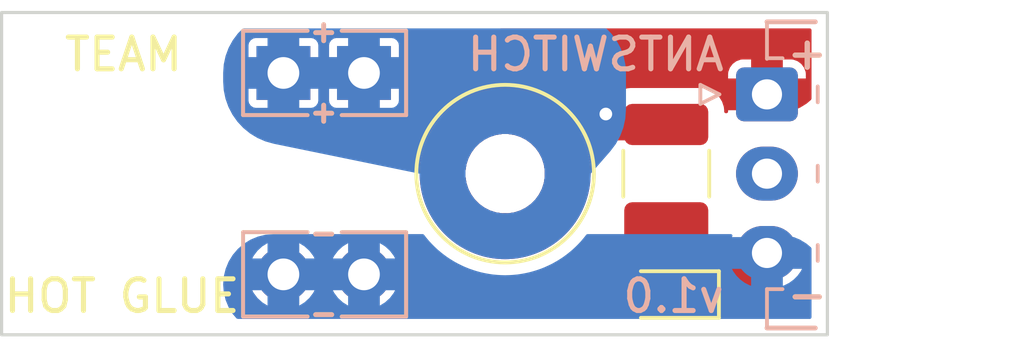
<source format=kicad_pcb>
(kicad_pcb (version 20240108) (generator "pcbnew") (generator_version "8.0")
  (layers (0 "F.Cu" signal) (31 "B.Cu" signal) (34 "B.Paste" user) (35 "F.Paste" user) (36 "B.SilkS" user "B.Silkscreen") (37 "F.SilkS" user "F.Silkscreen") (38 "B.Mask" user) (39 "F.Mask" user) (44 "Edge.Cuts" user))
  (net 0 "")
  (net 1 "/BATT SWITCH")
  (net 2 "Net-(D1-A)")
  (net 3 "-BATT")
  (net 4 "+BATT")
  (net 5 "/3.7V")
  (footprint "Trent_Components_Library:Screw M1.6" (layer "F.Cu") (at 80.645 50.8)
    (property "Reference" "M1" (hide yes))
    (property "Value" "Screw")
  )
  (footprint "LED_SMD:LED_0603_1608Metric_Pad1.05x0.95mm_HandSolder" (layer "F.Cu") (at 85.725 54.61 180)
    (property "Reference" "D1" (hide yes))
    (property "Value" "150060GS75003")
    (fp_line (start 0.8 -0.735) (end -1.66 -0.735) (stroke (width 0.12)) (layer "F.SilkS"))
    (fp_line (start -1.66 0.735) (end 0.8 0.735) (stroke (width 0.12)) (layer "F.SilkS"))
    (fp_line (start -1.66 -0.735) (end -1.66 0.735) (stroke (width 0.12)) (layer "F.SilkS"))
    (pad "1" smd roundrect (at -0.875 0 180) (size 1.05 0.95) (layers "F.Cu" "F.Paste" "F.Mask") (net 3 "-BATT"))
    (pad "2" smd roundrect (at 0.875 0 180) (size 1.05 0.95) (layers "F.Cu" "F.Paste" "F.Mask") (net 2 "Net-(D1-A)"))
  )
  (footprint "Trent_Components_Library:PinHeader_1x02_P2.54mm_Vertical Positive" (layer "F.Cu") (at 73.655 47.625 90)
    (property "Reference" "J8" (hide yes))
    (property "Value" "+OUTPUT")
    (fp_line (start 1.33 -1.27) (end 1.33 0.762) (stroke (width 0.12)) (layer "B.SilkS"))
    (fp_line (start -1.33 -1.27) (end 1.33 -1.27) (stroke (width 0.12)) (layer "B.SilkS"))
    (fp_line (start -1.33 -1.27) (end -1.33 0.762) (stroke (width 0.12)) (layer "B.SilkS"))
    (fp_line (start 1.27 1.016) (end 1.27 1.524) (stroke (width 0.15)) (layer "B.SilkS"))
    (fp_line (start -1.27 1.016) (end -1.27 1.524) (stroke (width 0.15)) (layer "B.SilkS"))
    (fp_line (start 1.016 1.27) (end 1.524 1.27) (stroke (width 0.15)) (layer "B.SilkS"))
    (fp_line (start -1.524 1.27) (end -1.016 1.27) (stroke (width 0.15)) (layer "B.SilkS"))
    (fp_line (start 1.33 1.838) (end 1.33 3.87) (stroke (width 0.12)) (layer "B.SilkS"))
    (fp_line (start -1.33 1.838) (end -1.33 3.87) (stroke (width 0.12)) (layer "B.SilkS"))
    (fp_line (start -1.33 3.87) (end 1.33 3.87) (stroke (width 0.12)) (layer "B.SilkS"))
    (fp_line (start 1.33 -1.27) (end 1.33 0.762) (stroke (width 0.12)) (layer "F.SilkS"))
    (fp_line (start -1.33 -1.27) (end 1.33 -1.27) (stroke (width 0.12)) (layer "F.SilkS"))
    (fp_line (start -1.33 -1.27) (end -1.33 0.762) (stroke (width 0.12)) (layer "F.SilkS"))
    (fp_line (start 1.27 1.016) (end 1.27 1.524) (stroke (width 0.15)) (layer "F.SilkS"))
    (fp_line (start -1.27 1.016) (end -1.27 1.524) (stroke (width 0.15)) (layer "F.SilkS"))
    (fp_line (start 1.016 1.27) (end 1.524 1.27) (stroke (width 0.15)) (layer "F.SilkS"))
    (fp_line (start -1.524 1.27) (end -1.016 1.27) (stroke (width 0.15)) (layer "F.SilkS"))
    (fp_line (start 1.33 1.838) (end 1.33 3.87) (stroke (width 0.12)) (layer "F.SilkS"))
    (fp_line (start -1.33 1.838) (end -1.33 3.87) (stroke (width 0.12)) (layer "F.SilkS"))
    (fp_line (start -1.33 3.87) (end 1.33 3.87) (stroke (width 0.12)) (layer "F.SilkS"))
    (pad "1" thru_hole rect (at 0 0 90) (size 1.7 1.7) (drill 1) (layers "*.Cu" "*.Mask") (net 1 "/BATT SWITCH"))
    (pad "2" thru_hole rect (at 0 2.54 90) (size 1.7 1.7) (drill 1) (layers "*.Cu" "*.Mask") (net 1 "/BATT SWITCH"))
  )
  (footprint "Trent_Components_Library:Screw M3" (layer "F.Cu") (at 68.58 50.8)
    (property "Reference" "M2" (hide yes))
    (property "Value" "Screw")
  )
  (footprint "Trent_Components_Library:screw_contact_3" (layer "F.Cu") (at 80.645 50.8)
    (property "Reference" "H2" (hide yes))
    (property "Value" "Screw contact")
    (fp_circle (center 0 0) (end 2.8 0) (stroke (width 0.12)) (fill none) (layer "F.SilkS"))
    (pad "1" smd oval (at -1.558845 -0.9) (size 1.1 1.1) (layers "F.Cu" "F.Paste" "F.Mask") (net 4 "+BATT"))
    (pad "1" smd oval (at -1.558845 0.9) (size 1.1 1.1) (layers "F.Cu" "F.Paste" "F.Mask") (net 4 "+BATT"))
    (pad "1" smd oval (at 0 -1.8) (size 1.1 1.1) (layers "F.Cu" "F.Paste" "F.Mask") (net 4 "+BATT"))
    (pad "1" smd oval (at 0 1.8) (size 1.1 1.1) (layers "F.Cu" "F.Paste" "F.Mask") (net 4 "+BATT"))
    (pad "1" smd oval (at 1.558845 -0.9) (size 1.1 1.1) (layers "F.Cu" "F.Paste" "F.Mask") (net 4 "+BATT"))
    (pad "1" smd oval (at 1.558845 0.899999) (size 1.1 1.1) (layers "F.Cu" "F.Paste" "F.Mask") (net 4 "+BATT"))
    (pad "1" smd custom (at 1.8 0) (size 1 1) (layers "F.Cu") (net 4 "+BATT") (options (clearance outline) (anchor circle)) (primitives (gr_poly (pts (xy 0.5 0) (xy 0.479746 -0.140866) (xy 0.420627 -0.27032) (xy 0.32743 -0.377875) (xy 0.207708 -0.454816) (xy 0.071157 -0.494911) (xy -0.071157 -0.494911) (xy -0.207708 -0.454816) (xy -0.32743 -0.377875) (xy -0.420627 -0.27032) (xy -0.479746 -0.140866) (xy -0.5 0) (xy -0.479746 0.140866) (xy -0.420627 0.27032) (xy -0.32743 0.377875) (xy -0.207708 0.454816) (xy -0.071157 0.494911) (xy 0.071157 0.494911) (xy 0.207708 0.454816) (xy 0.32743 0.377875) (xy 0.420627 0.27032) (xy 0.479746 0.140866) (xy 0.5 0)) (width 0) (fill yes)) (gr_circle (center -1.8 0) (end 0 0) (width 1.1) (fill no))))
  )
  (footprint "MountingHole:MountingHole_3.2mm_M3_DIN965" (layer "F.Cu") (at 68.58 50.8)
    (property "Reference" "H1" (hide yes))
    (property "Value" "MountingHole")
    (pad "" np_thru_hole circle (at 0 0) (size 3.2 3.2) (drill 3.2) (layers "*.Cu" "*.Mask"))
  )
  (footprint "Trent_Components_Library:PinHeader_1x02_P2.54mm_Vertical Negative" (layer "F.Cu") (at 73.655 53.975 90)
    (property "Reference" "J9" (hide yes))
    (property "Value" "-OUTPUT")
    (fp_line (start 1.33 -1.27) (end 1.33 0.762) (stroke (width 0.12)) (layer "B.SilkS"))
    (fp_line (start -1.33 -1.27) (end 1.33 -1.27) (stroke (width 0.12)) (layer "B.SilkS"))
    (fp_line (start -1.33 -1.27) (end -1.33 0.762) (stroke (width 0.12)) (layer "B.SilkS"))
    (fp_line (start 1.27 1.016) (end 1.27 1.524) (stroke (width 0.15)) (layer "B.SilkS"))
    (fp_line (start -1.27 1.016) (end -1.27 1.524) (stroke (width 0.15)) (layer "B.SilkS"))
    (fp_line (start 1.33 1.838) (end 1.33 3.87) (stroke (width 0.12)) (layer "B.SilkS"))
    (fp_line (start -1.33 1.838) (end -1.33 3.87) (stroke (width 0.12)) (layer "B.SilkS"))
    (fp_line (start -1.33 3.87) (end 1.33 3.87) (stroke (width 0.12)) (layer "B.SilkS"))
    (fp_line (start 1.33 -1.27) (end 1.33 0.762) (stroke (width 0.12)) (layer "F.SilkS"))
    (fp_line (start -1.33 -1.27) (end 1.33 -1.27) (stroke (width 0.12)) (layer "F.SilkS"))
    (fp_line (start -1.33 -1.27) (end -1.33 0.762) (stroke (width 0.12)) (layer "F.SilkS"))
    (fp_line (start 1.27 1.016) (end 1.27 1.524) (stroke (width 0.15)) (layer "F.SilkS"))
    (fp_line (start -1.27 1.016) (end -1.27 1.524) (stroke (width 0.15)) (layer "F.SilkS"))
    (fp_line (start 1.33 1.838) (end 1.33 3.87) (stroke (width 0.12)) (layer "F.SilkS"))
    (fp_line (start -1.33 1.838) (end -1.33 3.87) (stroke (width 0.12)) (layer "F.SilkS"))
    (fp_line (start -1.33 3.87) (end 1.33 3.87) (stroke (width 0.12)) (layer "F.SilkS"))
    (pad "1" thru_hole oval (at 0 0 90) (size 1.7 1.7) (drill 1) (layers "*.Cu" "*.Mask") (net 3 "-BATT"))
    (pad "2" thru_hole oval (at 0 2.54 90) (size 1.7 1.7) (drill 1) (layers "*.Cu" "*.Mask") (net 3 "-BATT"))
  )
  (footprint "Resistor_SMD:R_1210_3225Metric_Pad1.30x2.65mm_HandSolder" (layer "F.Cu") (at 85.725 50.8 -90)
    (property "Reference" "R1" (hide yes))
    (property "Value" "560112140008")
    (fp_line (start -0.723737 1.355) (end 0.723737 1.355) (stroke (width 0.12)) (layer "F.SilkS"))
    (fp_line (start -0.723737 -1.355) (end 0.723737 -1.355) (stroke (width 0.12)) (layer "F.SilkS"))
    (pad "1" smd roundrect (at -1.55 0 270) (size 1.3 2.65) (layers "F.Cu" "F.Paste" "F.Mask") (roundrect_rratio 0.192308) (net 1 "/BATT SWITCH"))
    (pad "2" smd roundrect (at 1.55 0 270) (size 1.3 2.65) (layers "F.Cu" "F.Paste" "F.Mask") (roundrect_rratio 0.192308) (net 2 "Net-(D1-A)"))
  )
  (footprint "Trent_Components_Library:JST_XH_S3B-XH-A-1_1x03_P2.50mm_Horizontal_Aliexpress" (layer "B.Cu") (at 88.9 48.3 -90)
    (property "Reference" "J3" (hide yes))
    (property "Value" "BATTERY")
    (fp_line (start -0.3 2.1) (end 0 1.5) (stroke (width 0.12)) (layer "B.SilkS"))
    (fp_line (start 0.3 2.1) (end -0.3 2.1) (stroke (width 0.12)) (layer "B.SilkS"))
    (fp_line (start 0 1.5) (end 0.3 2.1) (stroke (width 0.12)) (layer "B.SilkS"))
    (fp_line (start -1.12 0) (end -2.286 0) (stroke (width 0.12)) (layer "B.SilkS"))
    (fp_line (start 6.14 0) (end 7.366 0) (stroke (width 0.12)) (layer "B.SilkS"))
    (fp_line (start -1.14 -0.49) (end -1.14 0) (stroke (width 0.12)) (layer "B.SilkS"))
    (fp_line (start 6.14 -0.49) (end 6.14 0) (stroke (width 0.12)) (layer "B.SilkS"))
    (fp_line (start -2.286 -1.524) (end -2.286 0) (stroke (width 0.15)) (layer "B.SilkS"))
    (fp_line (start 7.366 -1.524) (end 7.366 0) (stroke (width 0.15)) (layer "B.SilkS"))
    (fp_line (start -0.25 -1.6) (end 0.25 -1.6) (stroke (width 0.12)) (layer "B.SilkS"))
    (fp_line (start 2.25 -1.6) (end 2.75 -1.6) (stroke (width 0.12)) (layer "B.SilkS"))
    (fp_line (start 4.75 -1.6) (end 5.25 -1.6) (stroke (width 0.12)) (layer "B.SilkS"))
    (pad "1" thru_hole roundrect (at 0 0 270) (size 1.7 1.95) (drill 0.95) (layers "*.Cu" "*.Mask") (roundrect_rratio 0.147059) (net 4 "+BATT"))
    (pad "2" thru_hole oval (at 2.5 0 270) (size 1.7 1.95) (drill 0.95) (layers "*.Cu" "*.Mask") (net 5 "/3.7V"))
    (pad "3" thru_hole oval (at 5 0 270) (size 1.7 1.95) (drill 0.95) (layers "*.Cu" "*.Mask") (net 3 "-BATT"))
  )
  (footprint "Mounting_Wuerth:Mounting_Wuerth_WA-SMSI-M1.6_H1mm_9774010633" (layer "B.Cu") (at 80.645 50.8 180)
    (property "Reference" "H4" (hide yes))
    (property "Value" "9774010633R")
    (pad "" np_thru_hole circle (at 0 0 180) (size 2.1 2.1) (drill 2.1) (layers "F&B.Cu" "*.Mask"))
    (pad "1" smd circle (at -1.525 0 180) (size 0.55 0.55) (layers "B.Cu") (net 1 "/BATT SWITCH"))
    (pad "1" smd circle (at 0 -1.525 180) (size 0.55 0.55) (layers "B.Cu") (net 1 "/BATT SWITCH"))
    (pad "1" smd circle (at 0 1.525 180) (size 0.55 0.55) (layers "B.Cu") (net 1 "/BATT SWITCH"))
    (pad "1" smd custom (at 1.525 0 180) (size 0.55 0.55) (layers "B.Cu" "B.Mask") (net 1 "/BATT SWITCH") (options (clearance outline) (anchor circle)) (primitives (gr_circle (center -1.525 0) (end 0.1 0) (width 0.75) (fill no))))
  )
  (gr_rect (start 64.77 45.72) (end 90.805 55.88) (stroke (width 0.1)) (fill none) (layer "Edge.Cuts"))
  (gr_text "v1.0" (at 87.63 55.245 -0) (layer "B.SilkS") (effects (font (size 1 1) (thickness 0.16)) (justify left bottom mirror)))
  (gr_text "ANTSWITCH" (at 87.63 47.625 -0) (layer "B.SilkS") (effects (font (size 1 1) (thickness 0.16)) (justify left bottom mirror)))
  (gr_text "+" (at 90.17 46.99 0) (layer "B.SilkS") (effects (font (size 1 1) (thickness 0.16)) (justify mirror)))
  (gr_text "-" (at 90.17 54.61 0) (layer "B.SilkS") (effects (font (size 1 1) (thickness 0.16)) (justify mirror)))
  (gr_text "+" (at 90.17 46.99 0) (layer "F.SilkS") (effects (font (size 1 1) (thickness 0.16))))
  (gr_text "HOT GLUE" (at 64.77 55.245 0) (layer "F.SilkS") (effects (font (size 1 1) (thickness 0.16)) (justify left bottom)))
  (gr_text "TEAM" (at 66.675 47.625 0) (layer "F.SilkS") (effects (font (size 1 1) (thickness 0.16)) (justify left bottom)))
  (gr_text "-" (at 90.17 54.61 0) (layer "F.SilkS") (effects (font (size 1 1) (thickness 0.16))))
  (segment (start 84.15 49.25) (end 83.82 48.92) (width 1) (layer "F.Cu") (net 1))
  (segment (start 85.725 49.25) (end 84.15 49.25) (width 1) (layer "F.Cu") (net 1))
  (via (at 83.82 48.92) (size 0.8) (drill 0.4) (layers "F.Cu" "B.Cu") (net 1))
  (segment (start 83.69 49.05) (end 80.645 49.05) (width 1) (layer "B.Cu") (net 1))
  (segment (start 83.82 48.92) (end 83.69 49.05) (width 1) (layer "B.Cu") (net 1))
  (segment (start 84.85 53.225) (end 85.725 52.35) (width 1) (layer "F.Cu") (net 2))
  (segment (start 84.85 54.61) (end 84.85 53.225) (width 1) (layer "F.Cu") (net 2))
  (segment (start 88.9 53.3) (end 88.9 53.34) (width 1) (layer "F.Cu") (net 3))
  (segment (start 87.63 54.61) (end 86.6 54.61) (width 1) (layer "F.Cu") (net 3))
  (segment (start 88.9 53.34) (end 87.63 54.61) (width 1) (layer "F.Cu") (net 3))
  (zone (net 4) (net_name "+BATT") (layer "F.Cu") (name "top bat+") (priority 4) (connect_pads thru_hole_only (clearance 0.5)) (min_thickness 0.1) (fill yes (thermal_gap 0.25) (thermal_bridge_width 1) (smoothing fillet) (radius 2))
    (polygon (pts (xy 83.345 50.8) (xy 83.325314 50.474551) (xy 83.266543 50.153848) (xy 83.169544 49.842567) (xy 83.035731 49.545247) (xy 82.867056 49.266225) (xy 82.665979 49.009569) (xy 82.435431 48.779021) (xy 82.178775 48.577944) (xy 81.899753 48.409269) (xy 81.602433 48.275456) (xy 81.291152 48.178457) (xy 80.970449 48.119686) (xy 80.645 48.1) (xy 80.319551 48.119686) (xy 79.998848 48.178457) (xy 79.687567 48.275456) (xy 79.390247 48.409269) (xy 79.111225 48.577944) (xy 78.854569 48.779021) (xy 78.624021 49.009569) (xy 78.422944 49.266225) (xy 78.254269 49.545247) (xy 78.120456 49.842567) (xy 78.023457 50.153848) (xy 77.964686 50.474551) (xy 77.945 50.8) (xy 77.964686 51.125449) (xy 78.023457 51.446152) (xy 78.120456 51.757433) (xy 78.254269 52.054753) (xy 78.422944 52.333775) (xy 78.624021 52.590431) (xy 78.854569 52.820979) (xy 79.111225 53.022056) (xy 79.390247 53.190731) (xy 79.687567 53.324544) (xy 79.998848 53.421543) (xy 80.319551 53.480314) (xy 80.645 53.5) (xy 80.970449 53.480314) (xy 81.291152 53.421543) (xy 81.602433 53.324544) (xy 81.899753 53.190731) (xy 82.178775 53.022056) (xy 82.435431 52.820979) (xy 82.665979 52.590431) (xy 82.867056 52.333775) (xy 83.035731 52.054753) (xy 83.169544 51.757433) (xy 83.266543 51.446152) (xy 83.325314 51.125449) (xy 83.345 50.8)))
  )
  (zone (net 4) (net_name "+BATT") (layer "F.Cu") (name "top bat+") (connect_pads thru_hole_only (clearance 0.5)) (min_thickness 0.1) (fill yes (thermal_gap 0.25) (thermal_bridge_width 1) (smoothing fillet) (radius 2))
    (polygon (pts (xy 90.805 45.72) (xy 90.805 48.895) (xy 83.185 48.895) (xy 80.645 53.5) (xy 80.645 53.5) (xy 78.105 50.165) (xy 80.645 45.72)))
  )
  (zone (net 1) (net_name "/BATT SWITCH") (layer "B.Cu") (name "bot bat sw") (connect_pads thru_hole_only (clearance 0.5)) (min_thickness 0.1) (fill yes (thermal_gap 0.25) (thermal_bridge_width 1) (smoothing fillet) (radius 2))
    (polygon (pts (xy 71.755 45.72) (xy 71.755 49.53) (xy 77.945 50.8) (xy 80.645 53.5) (xy 80.645 53.5) (xy 83.345 50.8) (xy 84.455 49.53) (xy 84.455 45.72)))
  )
  (zone (net 3) (net_name "-BATT") (layer "B.Cu") (name "bot bat-") (priority 1) (connect_pads thru_hole_only (clearance 0.5)) (min_thickness 0.1) (fill yes (thermal_gap 0.25) (thermal_bridge_width 1) (smoothing fillet) (radius 2))
    (polygon (pts (xy 71.755 52.705) (xy 77.47 52.705) (xy 79.375 52.705) (xy 81.915 52.705) (xy 83.82 52.705) (xy 90.805 52.705) (xy 90.805 55.88) (xy 71.755 55.88)))
  )
  (zone (net 1) (net_name "/BATT SWITCH") (layer "B.Cu") (name "bot bat sw") (priority 4) (connect_pads thru_hole_only (clearance 0.5)) (min_thickness 0.1) (fill yes (thermal_gap 0.25) (thermal_bridge_width 1) (smoothing fillet) (radius 2))
    (polygon (pts (xy 83.345 50.8) (xy 83.325314 50.474551) (xy 83.266543 50.153848) (xy 83.169544 49.842567) (xy 83.035731 49.545247) (xy 82.867056 49.266225) (xy 82.665979 49.009569) (xy 82.435431 48.779021) (xy 82.178775 48.577944) (xy 81.899753 48.409269) (xy 81.602433 48.275456) (xy 81.291152 48.178457) (xy 80.970449 48.119686) (xy 80.645 48.1) (xy 80.319551 48.119686) (xy 79.998848 48.178457) (xy 79.687567 48.275456) (xy 79.390247 48.409269) (xy 79.111225 48.577944) (xy 78.854569 48.779021) (xy 78.624021 49.009569) (xy 78.422944 49.266225) (xy 78.254269 49.545247) (xy 78.120456 49.842567) (xy 78.023457 50.153848) (xy 77.964686 50.474551) (xy 77.945 50.8) (xy 77.964686 51.125449) (xy 78.023457 51.446152) (xy 78.120456 51.757433) (xy 78.254269 52.054753) (xy 78.422944 52.333775) (xy 78.624021 52.590431) (xy 78.854569 52.820979) (xy 79.111225 53.022056) (xy 79.390247 53.190731) (xy 79.687567 53.324544) (xy 79.998848 53.421543) (xy 80.319551 53.480314) (xy 80.645 53.5) (xy 80.970449 53.480314) (xy 81.291152 53.421543) (xy 81.602433 53.324544) (xy 81.899753 53.190731) (xy 82.178775 53.022056) (xy 82.435431 52.820979) (xy 82.665979 52.590431) (xy 82.867056 52.333775) (xy 83.035731 52.054753) (xy 83.169544 51.757433) (xy 83.266543 51.446152) (xy 83.325314 51.125449) (xy 83.345 50.8)))
  )
)
</source>
